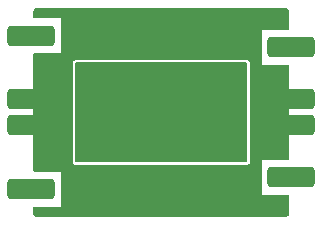
<source format=gtl>
G04 #@! TF.GenerationSoftware,KiCad,Pcbnew,8.0.2-8.0.2-0~ubuntu22.04.1*
G04 #@! TF.CreationDate,2024-05-04T14:39:35+03:00*
G04 #@! TF.ProjectId,Directional_Coupler,44697265-6374-4696-9f6e-616c5f436f75,A0*
G04 #@! TF.SameCoordinates,Original*
G04 #@! TF.FileFunction,Copper,L1,Top*
G04 #@! TF.FilePolarity,Positive*
%FSLAX46Y46*%
G04 Gerber Fmt 4.6, Leading zero omitted, Abs format (unit mm)*
G04 Created by KiCad (PCBNEW 8.0.2-8.0.2-0~ubuntu22.04.1) date 2024-05-04 14:39:35*
%MOMM*%
%LPD*%
G01*
G04 APERTURE LIST*
G04 Aperture macros list*
%AMRoundRect*
0 Rectangle with rounded corners*
0 $1 Rounding radius*
0 $2 $3 $4 $5 $6 $7 $8 $9 X,Y pos of 4 corners*
0 Add a 4 corners polygon primitive as box body*
4,1,4,$2,$3,$4,$5,$6,$7,$8,$9,$2,$3,0*
0 Add four circle primitives for the rounded corners*
1,1,$1+$1,$2,$3*
1,1,$1+$1,$4,$5*
1,1,$1+$1,$6,$7*
1,1,$1+$1,$8,$9*
0 Add four rect primitives between the rounded corners*
20,1,$1+$1,$2,$3,$4,$5,0*
20,1,$1+$1,$4,$5,$6,$7,0*
20,1,$1+$1,$6,$7,$8,$9,0*
20,1,$1+$1,$8,$9,$2,$3,0*%
G04 Aperture macros list end*
G04 #@! TA.AperFunction,EtchedComponent*
%ADD10C,0.200000*%
G04 #@! TD*
G04 #@! TA.AperFunction,CastellatedPad*
%ADD11RoundRect,0.274194X-1.725806X-0.575806X1.725806X-0.575806X1.725806X0.575806X-1.725806X0.575806X0*%
G04 #@! TD*
G04 #@! TA.AperFunction,HeatsinkPad*
%ADD12C,0.450000*%
G04 #@! TD*
G04 #@! TA.AperFunction,ViaPad*
%ADD13C,0.450000*%
G04 #@! TD*
G04 APERTURE END LIST*
D10*
X91800000Y-45350000D02*
X106200000Y-45350000D01*
X106200000Y-53650000D01*
X91800000Y-53650000D01*
X91800000Y-45350000D01*
G04 #@! TA.AperFunction,EtchedComponent*
G36*
X91800000Y-45350000D02*
G01*
X106200000Y-45350000D01*
X106200000Y-53650000D01*
X91800000Y-53650000D01*
X91800000Y-45350000D01*
G37*
G04 #@! TD.AperFunction*
D11*
X110000000Y-55000000D03*
X88000000Y-43000000D03*
X88000000Y-56000000D03*
D12*
X92500000Y-46450000D03*
X92500000Y-48000000D03*
X92500000Y-49500000D03*
X92500000Y-51050000D03*
X92500000Y-52550000D03*
X93150000Y-45700000D03*
X93150000Y-47200000D03*
X93150000Y-48750000D03*
X93150000Y-50250000D03*
X93150000Y-51800000D03*
X93150000Y-53300000D03*
X93800000Y-46450000D03*
X93800000Y-48000000D03*
X93800000Y-49500000D03*
X93800000Y-51050000D03*
X93800000Y-52550000D03*
X94450000Y-45700000D03*
X94450000Y-47200000D03*
X94450000Y-48750000D03*
X94450000Y-50250000D03*
X94450000Y-51800000D03*
X94450000Y-53300000D03*
X95100000Y-46450000D03*
X95100000Y-48000000D03*
X95100000Y-49500000D03*
X95100000Y-51050000D03*
X95100000Y-52550000D03*
X95700000Y-45700000D03*
X95700000Y-47200000D03*
X95700000Y-48750000D03*
X95700000Y-50250000D03*
X95700000Y-51800000D03*
X95700000Y-53300000D03*
X96350000Y-46450000D03*
X96350000Y-48000000D03*
X96350000Y-49500000D03*
X96350000Y-51050000D03*
X96350000Y-52550000D03*
X97000000Y-45700000D03*
X97000000Y-47200000D03*
X97000000Y-48750000D03*
X97000000Y-50250000D03*
X97000000Y-51800000D03*
X97000000Y-53300000D03*
X97650000Y-46450000D03*
X97650000Y-48000000D03*
X97650000Y-49500000D03*
X97650000Y-51050000D03*
X97650000Y-52550000D03*
X98300000Y-45700000D03*
X98300000Y-47200000D03*
X98300000Y-48750000D03*
X98300000Y-50250000D03*
X98300000Y-51800000D03*
X98300000Y-53300000D03*
X99000000Y-46450000D03*
X99000000Y-48000000D03*
X99000000Y-49500000D03*
X99000000Y-51050000D03*
X99000000Y-52550000D03*
X99650000Y-45700000D03*
X99650000Y-47200000D03*
X99650000Y-48750000D03*
X99650000Y-50250000D03*
X99650000Y-51800000D03*
X99650000Y-53300000D03*
X100300000Y-46450000D03*
X100300000Y-48000000D03*
X100300000Y-49500000D03*
X100300000Y-51050000D03*
X100300000Y-52550000D03*
X100950000Y-45700000D03*
X100950000Y-47200000D03*
X100950000Y-48750000D03*
X100950000Y-50250000D03*
X100950000Y-51800000D03*
X100950000Y-53300000D03*
X101600000Y-46450000D03*
X101600000Y-48000000D03*
X101600000Y-49500000D03*
X101600000Y-51050000D03*
X101600000Y-52550000D03*
X102250000Y-45700000D03*
X102250000Y-47200000D03*
X102250000Y-48750000D03*
X102250000Y-50250000D03*
X102250000Y-51800000D03*
X102250000Y-53300000D03*
X102850000Y-46450000D03*
X102850000Y-48000000D03*
X102850000Y-49500000D03*
X102850000Y-51050000D03*
X102850000Y-52550000D03*
X103500000Y-45700000D03*
X103500000Y-47200000D03*
X103500000Y-48750000D03*
X103500000Y-50250000D03*
X103500000Y-51800000D03*
X103500000Y-53300000D03*
X104150000Y-46450000D03*
X104150000Y-48000000D03*
X104150000Y-49500000D03*
X104150000Y-51050000D03*
X104150000Y-52550000D03*
X104800000Y-45700000D03*
X104800000Y-47200000D03*
X104800000Y-48750000D03*
X104800000Y-50250000D03*
X104800000Y-51800000D03*
X104800000Y-53300000D03*
X105450000Y-46450000D03*
X105450000Y-48000000D03*
X105450000Y-49500000D03*
X105450000Y-51050000D03*
X105450000Y-52550000D03*
D11*
X88000000Y-48400000D03*
X88000000Y-50600000D03*
X110000000Y-48400000D03*
X110000000Y-50600000D03*
X110000000Y-44000000D03*
D13*
X93000000Y-57500000D03*
X101000000Y-56000000D03*
X91000000Y-53000000D03*
X100000000Y-56000000D03*
X94000000Y-41500000D03*
X101000000Y-41500000D03*
X103000000Y-43000000D03*
X92500000Y-56750000D03*
X105500000Y-42250000D03*
X101000000Y-43000000D03*
X91000000Y-52000000D03*
X97000000Y-41500000D03*
X97000000Y-43000000D03*
X95000000Y-41500000D03*
X95500000Y-56750000D03*
X105000000Y-57500000D03*
X97000000Y-57500000D03*
X94000000Y-43000000D03*
X100000000Y-43000000D03*
X105000000Y-56000000D03*
X105500000Y-56750000D03*
X96000000Y-43000000D03*
X91000000Y-45000000D03*
X96000000Y-57500000D03*
X102500000Y-42250000D03*
X91000000Y-48000000D03*
X103000000Y-41500000D03*
X96000000Y-56000000D03*
X89750000Y-52000000D03*
X104000000Y-57500000D03*
X106000000Y-43000000D03*
X106000000Y-57500000D03*
X91500000Y-42250000D03*
X99000000Y-43000000D03*
X92000000Y-44500000D03*
X99500000Y-56750000D03*
X104000000Y-56000000D03*
X102000000Y-56000000D03*
X107000000Y-49000000D03*
X103000000Y-56000000D03*
X102000000Y-57500000D03*
X106000000Y-54500000D03*
X107000000Y-53000000D03*
X106500000Y-42250000D03*
X103000000Y-57500000D03*
X106000000Y-41500000D03*
X100000000Y-41500000D03*
X101500000Y-56750000D03*
X91000000Y-46000000D03*
X91000000Y-50000000D03*
X94000000Y-57500000D03*
X96500000Y-42250000D03*
X98500000Y-56750000D03*
X93000000Y-41500000D03*
X107000000Y-52000000D03*
X95000000Y-57500000D03*
X101500000Y-42250000D03*
X91000000Y-55000000D03*
X98000000Y-56000000D03*
X97500000Y-42250000D03*
X91500000Y-56750000D03*
X92000000Y-56000000D03*
X92000000Y-43000000D03*
X97000000Y-56000000D03*
X98000000Y-43000000D03*
X103500000Y-56750000D03*
X98000000Y-41500000D03*
X94500000Y-42250000D03*
X101000000Y-57500000D03*
X95000000Y-56000000D03*
X102000000Y-41500000D03*
X99000000Y-41500000D03*
X107000000Y-56000000D03*
X93500000Y-42250000D03*
X105000000Y-43000000D03*
X107000000Y-51000000D03*
X91000000Y-47000000D03*
X102000000Y-43000000D03*
X99500000Y-42250000D03*
X96000000Y-41500000D03*
X102500000Y-56750000D03*
X94000000Y-56000000D03*
X89750000Y-47000000D03*
X108250000Y-47000000D03*
X88500000Y-47000000D03*
X97500000Y-56750000D03*
X99000000Y-56000000D03*
X91000000Y-54000000D03*
X92000000Y-55250000D03*
X99000000Y-57500000D03*
X103500000Y-42250000D03*
X104500000Y-56750000D03*
X92000000Y-41500000D03*
X92000000Y-43750000D03*
X105000000Y-41500000D03*
X106000000Y-44500000D03*
X108250000Y-52000000D03*
X109500000Y-47000000D03*
X95000000Y-43000000D03*
X106000000Y-55250000D03*
X104000000Y-43000000D03*
X106500000Y-56750000D03*
X106000000Y-43750000D03*
X107000000Y-55000000D03*
X107000000Y-46000000D03*
X104000000Y-41500000D03*
X100000000Y-57500000D03*
X98000000Y-57500000D03*
X107000000Y-48000000D03*
X91000000Y-43000000D03*
X93000000Y-56000000D03*
X107000000Y-45000000D03*
X109500000Y-52000000D03*
X100500000Y-56750000D03*
X100500000Y-42250000D03*
X91000000Y-49000000D03*
X98500000Y-42250000D03*
X106000000Y-56000000D03*
X93500000Y-56750000D03*
X107000000Y-44000000D03*
X92000000Y-54500000D03*
X96500000Y-56750000D03*
X107000000Y-47000000D03*
X91000000Y-51000000D03*
X91000000Y-44000000D03*
X95500000Y-42250000D03*
X91000000Y-56000000D03*
X92500000Y-42250000D03*
X92000000Y-57500000D03*
X93000000Y-43000000D03*
X104500000Y-42250000D03*
X88500000Y-52000000D03*
X107000000Y-43000000D03*
X107000000Y-50000000D03*
X94500000Y-56750000D03*
X107000000Y-54000000D03*
G04 #@! TA.AperFunction,Conductor*
G36*
X109506433Y-40651347D02*
G01*
X109513601Y-40652290D01*
X109577538Y-40660708D01*
X109602492Y-40667394D01*
X109662708Y-40692336D01*
X109685087Y-40705255D01*
X109736797Y-40744934D01*
X109755065Y-40763202D01*
X109770866Y-40783794D01*
X109794742Y-40814910D01*
X109807663Y-40837291D01*
X109832603Y-40897500D01*
X109839292Y-40922464D01*
X109848653Y-40993566D01*
X109849500Y-41006488D01*
X109849500Y-42401000D01*
X109830593Y-42459191D01*
X109781093Y-42495155D01*
X109750500Y-42500000D01*
X107500000Y-42500000D01*
X107500000Y-45500000D01*
X109750500Y-45500000D01*
X109808691Y-45518907D01*
X109844655Y-45568407D01*
X109849500Y-45599000D01*
X109849500Y-53401000D01*
X109830593Y-53459191D01*
X109781093Y-53495155D01*
X109750500Y-53500000D01*
X107500000Y-53500000D01*
X107500000Y-56500000D01*
X109750500Y-56500000D01*
X109808691Y-56518907D01*
X109844655Y-56568407D01*
X109849500Y-56599000D01*
X109849500Y-57993511D01*
X109848653Y-58006433D01*
X109839292Y-58077535D01*
X109832603Y-58102499D01*
X109807663Y-58162708D01*
X109794742Y-58185089D01*
X109755069Y-58236793D01*
X109736793Y-58255069D01*
X109685089Y-58294742D01*
X109662708Y-58307663D01*
X109602499Y-58332603D01*
X109577536Y-58339292D01*
X109553538Y-58342451D01*
X109506432Y-58348653D01*
X109493512Y-58349500D01*
X88506488Y-58349500D01*
X88493566Y-58348653D01*
X88422464Y-58339292D01*
X88397502Y-58332603D01*
X88373599Y-58322702D01*
X88337291Y-58307663D01*
X88314910Y-58294742D01*
X88263202Y-58255065D01*
X88244934Y-58236797D01*
X88205255Y-58185087D01*
X88192336Y-58162708D01*
X88167394Y-58102492D01*
X88160708Y-58077538D01*
X88151347Y-58006432D01*
X88150500Y-57993511D01*
X88150500Y-57599000D01*
X88169407Y-57540809D01*
X88218907Y-57504845D01*
X88249500Y-57500000D01*
X90499999Y-57500000D01*
X90500000Y-57500000D01*
X90500000Y-54500000D01*
X90499999Y-54500000D01*
X88249500Y-54500000D01*
X88191309Y-54481093D01*
X88155345Y-54431593D01*
X88150500Y-54401000D01*
X88150500Y-45310435D01*
X91499500Y-45310435D01*
X91499500Y-53689564D01*
X91519978Y-53765988D01*
X91519980Y-53765992D01*
X91559538Y-53834508D01*
X91559540Y-53834511D01*
X91615489Y-53890460D01*
X91615491Y-53890461D01*
X91684007Y-53930019D01*
X91684011Y-53930021D01*
X91760435Y-53950499D01*
X91760437Y-53950500D01*
X91760438Y-53950500D01*
X106239563Y-53950500D01*
X106239563Y-53950499D01*
X106315989Y-53930021D01*
X106384511Y-53890460D01*
X106440460Y-53834511D01*
X106480021Y-53765989D01*
X106500500Y-53689562D01*
X106500500Y-45310438D01*
X106480021Y-45234011D01*
X106440460Y-45165489D01*
X106384511Y-45109540D01*
X106384508Y-45109538D01*
X106315992Y-45069980D01*
X106315988Y-45069978D01*
X106239564Y-45049500D01*
X106239562Y-45049500D01*
X91839562Y-45049500D01*
X91760438Y-45049500D01*
X91760435Y-45049500D01*
X91684011Y-45069978D01*
X91684007Y-45069980D01*
X91615491Y-45109538D01*
X91559538Y-45165491D01*
X91519980Y-45234007D01*
X91519978Y-45234011D01*
X91499500Y-45310435D01*
X88150500Y-45310435D01*
X88150500Y-44599000D01*
X88169407Y-44540809D01*
X88218907Y-44504845D01*
X88249500Y-44500000D01*
X90499999Y-44500000D01*
X90500000Y-44500000D01*
X90500000Y-41500000D01*
X90499999Y-41500000D01*
X88249500Y-41500000D01*
X88191309Y-41481093D01*
X88155345Y-41431593D01*
X88150500Y-41401000D01*
X88150500Y-41006488D01*
X88151347Y-40993567D01*
X88160149Y-40926706D01*
X88160708Y-40922459D01*
X88167393Y-40897509D01*
X88192337Y-40837287D01*
X88205253Y-40814915D01*
X88244938Y-40763197D01*
X88263197Y-40744938D01*
X88314915Y-40705253D01*
X88337287Y-40692337D01*
X88397509Y-40667393D01*
X88422459Y-40660708D01*
X88487518Y-40652143D01*
X88493567Y-40651347D01*
X88506488Y-40650500D01*
X88534351Y-40650500D01*
X109465649Y-40650500D01*
X109493512Y-40650500D01*
X109506433Y-40651347D01*
G37*
G04 #@! TD.AperFunction*
M02*

</source>
